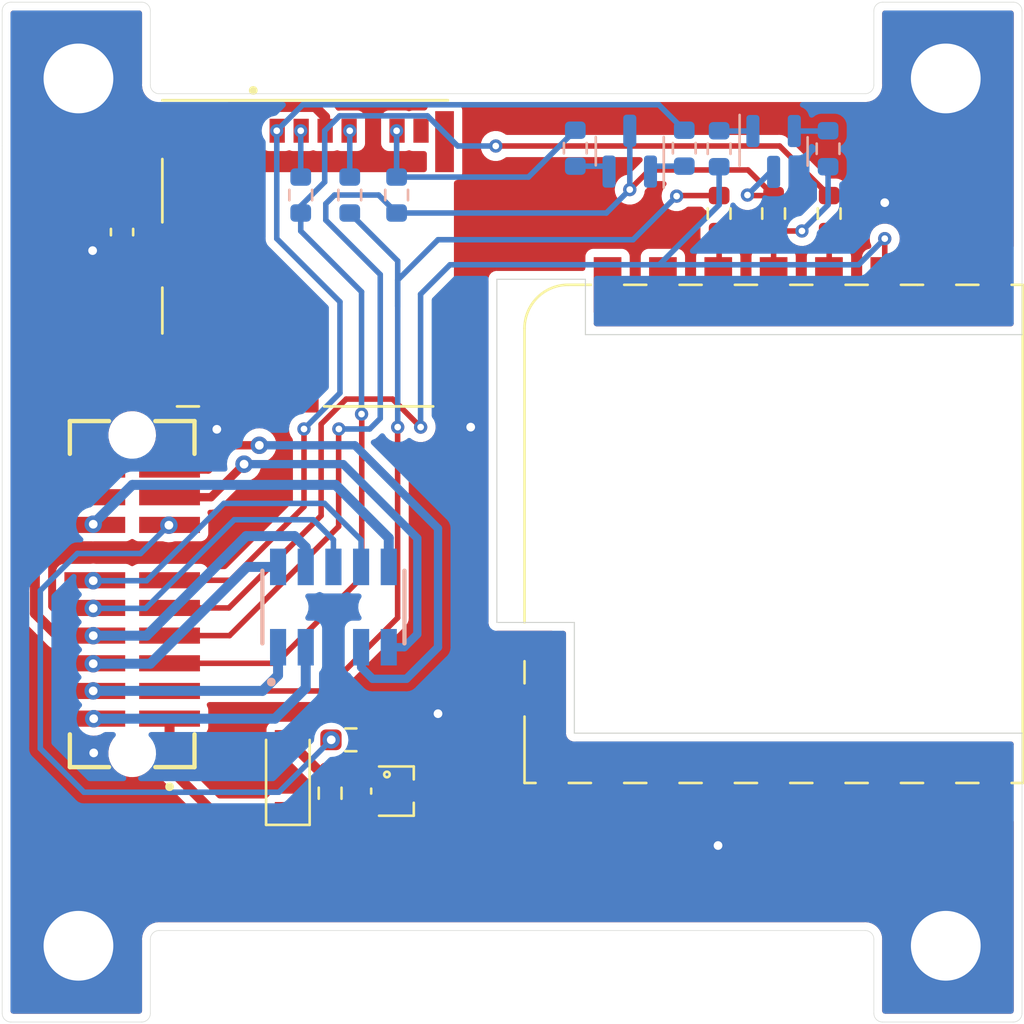
<source format=kicad_pcb>
(kicad_pcb (version 20211014) (generator pcbnew)
  (layers (0 "F.Cu" signal) (31 "B.Cu" signal) (34 "B.Paste" user) (35 "F.Paste" user) (36 "B.SilkS" user "B.Silkscreen") (37 "F.SilkS" user "F.Silkscreen") (38 "B.Mask" user) (39 "F.Mask" user) (44 "Edge.Cuts" user))
  (net 0 "")
  (net 3 "HI_POW")
  (net 4 "Net-(D1-Pad2)")
  (net 5 "GND")
  (net 16 "/BATT_P")
  (net 17 "SCK")
  (net 18 "/BATT_N_SW")
  (net 20 "MOSI")
  (net 21 "/CAM_EN")
  (net 22 "/BATT_P_SW")
  (net 23 "+3V3")
  (net 24 "MISO")
  (net 25 "CAM_CS")
  (net 26 "Net-(Q1-PadB9)")
  (net 28 "/SCL3")
  (net 29 "SD_CS")
  (net 30 "/SDA3")
  (net 31 "/VUSB")
  (net 32 "/COIL6_N")
  (net 34 "/COIL6_P")
  (net 36 "SD_MOSI")
  (net 37 "SD_SCK")
  (net 38 "SD_MISO")
  (net 40 "CAM_MOSI")
  (net 41 "CAM_MISO")
  (net 42 "CAM_SCK")
  (net 43 "Net-(Q3-Pad1)")
  (net 44 "Net-(Q3-Pad2)")
  (net 45 "Net-(Q4-Pad1)")
  (net 46 "Net-(Q4-Pad2)")
  (footprint "mainboard:MountingHole" (layer "F.Cu") (at 127.050003 83.849993)
    (fp_text reference "H3" hide)
    (fp_text value "MountingHole_Pad")
    (pad "1" thru_hole circle (at 0 0) (size 5 5) (drill 3.2) (layers *.Cu *.Mask) (net 5 "GND"))
  )
  (footprint "mainboard:MountingHole" (layer "F.Cu") (at 127.050003 44.049993)
    (fp_text reference "H2" hide)
    (fp_text value "MountingHole_Pad")
    (pad "1" thru_hole circle (at 0 0) (size 5 5) (drill 3.2) (layers *.Cu *.Mask) (net 5 "GND"))
  )
  (footprint "Resistor_SMD:R_0603_1608Metric_Pad0.98x0.95mm_HandSolder" (layer "F.Cu") (at 98.799999 76.849989 90)
    (fp_text reference "R2" hide)
    (fp_text value "10K")
    (fp_line (start -0.254724 0.5225) (end 0.254724 0.5225) (layer "F.SilkS") (width 0.12))
    (fp_line (start -0.254724 -0.5225) (end 0.254724 -0.5225) (layer "F.SilkS") (width 0.12))
    (pad "1" smd roundrect (at -0.9125 0 90) (size 0.975 0.95) (layers "F.Cu" "F.Paste" "F.Mask") (net 3 "HI_POW"))
    (pad "2" smd roundrect (at 0.9125 0 90) (size 0.975 0.95) (layers "F.Cu" "F.Paste" "F.Mask") (net 4 "Net-(D1-Pad2)"))
  )
  (footprint "cameraboard:MOLEX_503398-1892" (layer "F.Cu") (at 97.649999 52.074989)
    (fp_text reference "J3" hide)
    (fp_text value "Micro_SD_Card")
    (fp_line (start -6.55 1.575) (end -6.55 3.675) (layer "F.SilkS") (width 0.127))
    (fp_line (start -5.876 7.025) (end -4.874 7.025) (layer "F.SilkS") (width 0.127))
    (fp_line (start 0.874 7.025) (end 5.876 7.025) (layer "F.SilkS") (width 0.127))
    (fp_line (start -6.55 -4.325) (end -6.55 -1.425) (layer "F.SilkS") (width 0.127))
    (fp_line (start -6.55 -7.025) (end 6.55 -7.025) (layer "F.SilkS") (width 0.127))
    (fp_circle (center -2.38 -7.475) (end -2.28 -7.475) (layer "F.SilkS") (width 0.2) (fill none))
    (pad "1" smd rect (at -2.38 -5.625) (size 0.7 1.1) (layers "F.Cu" "F.Paste" "F.Mask"))
    (pad "2" smd rect (at -1.28 -5.625) (size 0.7 1.1) (layers "F.Cu" "F.Paste" "F.Mask") (net 29 "SD_CS"))
    (pad "3" smd rect (at -0.18 -5.625) (size 0.7 1.1) (layers "F.Cu" "F.Paste" "F.Mask") (net 36 "SD_MOSI"))
    (pad "4" smd rect (at 0.92 -5.625) (size 0.7 1.1) (layers "F.Cu" "F.Paste" "F.Mask") (net 23 "+3V3"))
    (pad "5" smd rect (at 2.02 -5.625) (size 0.7 1.1) (layers "F.Cu" "F.Paste" "F.Mask") (net 37 "SD_SCK"))
    (pad "6" smd rect (at 3.12 -5.625) (size 0.7 1.1) (layers "F.Cu" "F.Paste" "F.Mask") (net 5 "GND"))
    (pad "7" smd rect (at 4.22 -5.625) (size 0.7 1.1) (layers "F.Cu" "F.Paste" "F.Mask") (net 38 "SD_MISO"))
    (pad "8" smd rect (at 5.32 -5.625) (size 0.7 1.1) (layers "F.Cu" "F.Paste" "F.Mask"))
    (pad "9" smd rect (at -4.17 6.84) (size 0.9 0.93) (layers "F.Cu" "F.Paste" "F.Mask") (net 5 "GND"))
    (pad "10" smd rect (at 0.095 6.915) (size 1.05 0.78) (layers "F.Cu" "F.Paste" "F.Mask"))
    (pad "P1" smd rect (at -6.26 -5.61) (size 1.14 1.83) (layers "F.Cu" "F.Paste" "F.Mask"))
    (pad "P2" smd rect (at 6.4 -5.125) (size 0.86 2.8) (layers "F.Cu" "F.Paste" "F.Mask"))
    (pad "P3" smd rect (at -6.48 5.64) (size 0.7 3.33) (layers "F.Cu" "F.Paste" "F.Mask"))
    (pad "P4" smd rect (at 6.48 5.64) (size 0.7 3.33) (layers "F.Cu" "F.Paste" "F.Mask"))
    (zone (net 0) (net_name "") (layer "F.Cu") (connect_pads (clearance 0)) (min_thickness 0.01)
      (keepout (tracks not_allowed) (vias not_allowed) (pads not_allowed) (copperpour not_allowed) (footprints allowed))
      (fill (thermal_gap 0.508) (thermal_bridge_width 0.508))
      (polygon (pts (xy 90.813659 50.949989) (xy 91.519999 50.949989) (xy 91.519999 53.351169) (xy 90.813659 53.351169)))
    )
    (zone (net 0) (net_name "") (layer "F.Cu") (connect_pads (clearance 0)) (min_thickness 0.0001)
      (keepout (tracks not_allowed) (vias not_allowed) (pads not_allowed) (copperpour not_allowed) (footprints allowed))
      (fill (thermal_gap 0.508) (thermal_bridge_width 0.508))
      (polygon (pts (xy 94.479999 48.349989) (xy 94.479999 53.349989) (xy 93.829999 53.349989) (xy 93.829999 55.949989) (xy 98.219999 55.949989) (xy 98.219999 57.199989) (xy 95.919999 57.199989) (xy 95.919999 59.379989) (xy 97.219999 59.379989) (xy 97.219999 58.599989) (xy 103.779999 58.599989) (xy 103.779999 56.049989) (xy 104.479999 56.049989) (xy 104.479999 48.349989)))
    )
    (zone (net 0) (net_name "") (layer "F.Cu") (connect_pads (clearance 0)) (min_thickness 0.01)
      (keepout (tracks not_allowed) (vias not_allowed) (pads not_allowed) (copperpour not_allowed) (footprints allowed))
      (fill (thermal_gap 0.508) (thermal_bridge_width 0.508))
      (polygon (pts (xy 92.404739 56.649989) (xy 92.964999 56.649989) (xy 92.964999 58.813169) (xy 92.404739 58.813169)))
    )
    (zone (net 0) (net_name "") (layer "F.Cu") (connect_pads (clearance 0)) (min_thickness 0.01)
      (keepout (tracks not_allowed) (vias not_allowed) (pads not_allowed) (copperpour not_allowed) (footprints allowed))
      (fill (thermal_gap 0.508) (thermal_bridge_width 0.508))
      (polygon (pts (xy 94.427489 58.449989) (xy 94.979999 58.449989) (xy 94.979999 59.005389) (xy 94.427489 59.005389)))
    )
  )
  (footprint "cameraboard:SAMTEC_TFM-110-12-L-D-A" (layer "F.Cu") (at 89.715759 67.712269 90)
    (fp_text reference "J1" hide)
    (fp_text value "TFM-110-12-L-D-A")
    (fp_line (start -7.94 1.06366) (end -7.94 2.86) (layer "F.SilkS") (width 0.2))
    (fp_line (start -7.94 -2.86) (end -6.435 -2.86) (layer "F.SilkS") (width 0.2))
    (fp_line (start -6.435 2.86) (end -7.94 2.86) (layer "F.SilkS") (width 0.2))
    (fp_line (start 7.94 2.86) (end 7.94 1.06366) (layer "F.SilkS") (width 0.2))
    (fp_line (start 7.94 -1.06366) (end 7.94 -2.86) (layer "F.SilkS") (width 0.2))
    (fp_line (start 6.435 -2.86) (end 7.94 -2.86) (layer "F.SilkS") (width 0.2))
    (fp_line (start 6.435 2.86) (end 7.94 2.86) (layer "F.SilkS") (width 0.2))
    (fp_line (start -7.94 -2.86) (end -7.94 -1.06366) (layer "F.SilkS") (width 0.2))
    (fp_circle (center -8.84 1.715) (end -8.74 1.715) (layer "F.SilkS") (width 0.2) (fill none))
    (pad "" np_thru_hole circle (at 7.305 0 90) (size 1.42 1.42) (drill 1.42) (layers *.Cu *.Mask))
    (pad "" np_thru_hole circle (at -7.305 0 90) (size 1.42 1.42) (drill 1.42) (layers *.Cu *.Mask))
    (pad "1" smd rect (at -5.715 1.715 90) (size 0.74 2.79) (layers "F.Cu" "F.Paste" "F.Mask") (net 3 "HI_POW"))
    (pad "2" smd rect (at -5.715 -1.715 90) (size 0.74 2.79) (layers "F.Cu" "F.Paste" "F.Mask") (net 16 "/BATT_P"))
    (pad "3" smd rect (at -4.445 1.715 90) (size 0.74 2.79) (layers "F.Cu" "F.Paste" "F.Mask") (net 17 "SCK"))
    (pad "4" smd rect (at -4.445 -1.715 90) (size 0.74 2.79) (layers "F.Cu" "F.Paste" "F.Mask") (net 18 "/BATT_N_SW"))
    (pad "5" smd rect (at -3.175 1.715 90) (size 0.74 2.79) (layers "F.Cu" "F.Paste" "F.Mask") (net 20 "MOSI"))
    (pad "6" smd rect (at -3.175 -1.715 90) (size 0.74 2.79) (layers "F.Cu" "F.Paste" "F.Mask") (net 22 "/BATT_P_SW"))
    (pad "7" smd rect (at -1.905 1.715 90) (size 0.74 2.79) (layers "F.Cu" "F.Paste" "F.Mask") (net 24 "MISO"))
    (pad "8" smd rect (at -1.905 -1.715 90) (size 0.74 2.79) (layers "F.Cu" "F.Paste" "F.Mask") (net 23 "+3V3"))
    (pad "9" smd rect (at -0.635 1.715 90) (size 0.74 2.79) (layers "F.Cu" "F.Paste" "F.Mask") (net 25 "CAM_CS"))
    (pad "10" smd rect (at -0.635 -1.715 90) (size 0.74 2.79) (layers "F.Cu" "F.Paste" "F.Mask") (net 28 "/SCL3"))
    (pad "11" smd rect (at 0.635 1.715 90) (size 0.74 2.79) (layers "F.Cu" "F.Paste" "F.Mask") (net 29 "SD_CS"))
    (pad "12" smd rect (at 0.635 -1.715 90) (size 0.74 2.79) (layers "F.Cu" "F.Paste" "F.Mask") (net 30 "/SDA3"))
    (pad "13" smd rect (at 1.905 1.715 90) (size 0.74 2.79) (layers "F.Cu" "F.Paste" "F.Mask") (net 5 "GND"))
    (pad "14" smd rect (at 1.905 -1.715 90) (size 0.74 2.79) (layers "F.Cu" "F.Paste" "F.Mask") (net 5 "GND"))
    (pad "15" smd rect (at 3.175 1.715 90) (size 0.74 2.79) (layers "F.Cu" "F.Paste" "F.Mask") (net 21 "/CAM_EN"))
    (pad "16" smd rect (at 3.175 -1.715 90) (size 0.74 2.79) (layers "F.Cu" "F.Paste" "F.Mask") (net 31 "/VUSB"))
    (pad "17" smd rect (at 4.445 1.715 90) (size 0.74 2.79) (layers "F.Cu" "F.Paste" "F.Mask") (net 32 "/COIL6_N"))
    (pad "18" smd rect (at 4.445 -1.715 90) (size 0.74 2.79) (layers "F.Cu" "F.Paste" "F.Mask"))
    (pad "19" smd rect (at 5.715 1.715 90) (size 0.74 2.79) (layers "F.Cu" "F.Paste" "F.Mask") (net 34 "/COIL6_P"))
    (pad "20" smd rect (at 5.715 -1.715 90) (size 0.74 2.79) (layers "F.Cu" "F.Paste" "F.Mask"))
  )
  (footprint "cameraboard:Nicla" (layer "F.Cu") (at 119.149999 64.949989 90)
    (fp_text reference "Q1" hide)
    (fp_text value "Nikla_Vision")
    (fp_line (start -11.43 -1.778) (end -11.43 -0.762) (layer "F.SilkS") (width 0.12))
    (fp_line (start 11.43 -4.318) (end 11.43 -3.302) (layer "F.SilkS") (width 0.12))
    (fp_line (start 11.43 -9.43) (end 11.43 -8.382) (layer "F.SilkS") (width 0.12))
    (fp_line (start -11.43 -11.43) (end -11.43 -10.922) (layer "F.SilkS") (width 0.12))
    (fp_line (start 11.43 5.842) (end 11.43 6.604) (layer "F.SilkS") (width 0.12))
    (fp_line (start 11.43 8.382) (end 11.43 9.398) (layer "F.SilkS") (width 0.12))
    (fp_line (start -11.43 -11.43) (end -8.382 -11.43) (layer "F.SilkS") (width 0.12))
    (fp_line (start -6.858 -11.43) (end -5.842 -11.43) (layer "F.SilkS") (width 0.12))
    (fp_line (start -11.43 8.382) (end -11.43 9.398) (layer "F.SilkS") (width 0.12))
    (fp_line (start -11.43 3.302) (end -11.43 4.318) (layer "F.SilkS") (width 0.12))
    (fp_line (start 11.43 3.302) (end 11.43 4.318) (layer "F.SilkS") (width 0.12))
    (fp_line (start 11.43 -6.858) (end 11.43 -5.842) (layer "F.SilkS") (width 0.12))
    (fp_line (start 11.43 11.43) (end -11.43 11.43) (layer "F.SilkS") (width 0.12))
    (fp_line (start -11.43 5.842) (end -11.43 6.858) (layer "F.SilkS") (width 0.12))
    (fp_line (start 11.43 0.762) (end 11.43 1.778) (layer "F.SilkS") (width 0.12))
    (fp_line (start 11.43 11.43) (end 11.43 10.922) (layer "F.SilkS") (width 0.12))
    (fp_line (start -4.064 -11.43) (end 9.43 -11.43) (layer "F.SilkS") (width 0.12))
    (fp_line (start -11.43 0.762) (end -11.43 1.778) (layer "F.SilkS") (width 0.12))
    (fp_line (start -11.43 11.43) (end -11.43 10.922) (layer "F.SilkS") (width 0.12))
    (fp_line (start -11.43 -4.318) (end -11.43 -3.302) (layer "F.SilkS") (width 0.12))
    (fp_line (start -11.43 -9.398) (end -11.43 -8.382) (layer "F.SilkS") (width 0.12))
    (fp_line (start -11.43 -6.858) (end -11.43 -5.842) (layer "F.SilkS") (width 0.12))
    (fp_line (start 11.43 -1.778) (end 11.43 -0.762) (layer "F.SilkS") (width 0.12))
    (fp_line (start 11.43 6.604) (end 11.43 6.858) (layer "F.SilkS") (width 0.12))
    (fp_arc (start 9.43 -11.43) (mid 10.844214 -10.844214) (end 11.43 -9.43) (layer "F.SilkS") (width 0.12))
    (fp_line (start 11.684 -8.636) (end 9.144 -8.636) (layer "Edge.Cuts") (width 0.05))
    (fp_line (start -9.144 -9.144) (end -4.064 -9.144) (layer "Edge.Cuts") (width 0.05))
    (fp_line (start -4.064 -9.144) (end -4.064 -12.7) (layer "Edge.Cuts") (width 0.05))
    (fp_line (start -9.144 11.4) (end -9.144 -9.144) (layer "Edge.Cuts") (width 0.05))
    (fp_line (start 9.144 11.4) (end 9.144 -8.636) (layer "Edge.Cuts") (width 0.05))
    (fp_line (start -4.064 -12.7) (end 11.684 -12.7) (layer "Edge.Cuts") (width 0.05))
    (fp_line (start 11.684 -12.7) (end 11.684 -8.636) (layer "Edge.Cuts") (width 0.05))
    (pad "A1" smd rect (at 11.43 10.16 90) (size 2.54 1.27) (layers "F.Cu" "F.Paste" "F.Mask"))
    (pad "A2" smd rect (at 11.43 7.62 90) (size 2.54 1.27) (layers "F.Cu" "F.Paste" "F.Mask"))
    (pad "A3" smd rect (at 11.43 5.08 90) (size 2.54 1.27) (layers "F.Cu" "F.Paste" "F.Mask") (net 25 "CAM_CS"))
    (pad "A4" smd rect (at 11.43 2.54 90) (size 2.54 1.27) (layers "F.Cu" "F.Paste" "F.Mask") (net 40 "CAM_MOSI"))
    (pad "A5" smd rect (at 11.43 0 90) (size 2.54 1.27) (layers "F.Cu" "F.Paste" "F.Mask") (net 41 "CAM_MISO"))
    (pad "A6" smd rect (at 11.43 -2.54 90) (size 2.54 1.27) (layers "F.Cu" "F.Paste" "F.Mask") (net 42 "CAM_SCK"))
    (pad "A7" smd rect (at 11.43 -5.08 90) (size 2.54 1.27) (layers "F.Cu" "F.Paste" "F.Mask"))
    (pad "A8" smd rect (at 11.43 -7.62 90) (size 2.54 1.27) (layers "F.Cu" "F.Paste" "F.Mask"))
    (pad "B1" smd rect (at -11.43 10.16 90) (size 2.54 1.27) (layers "F.Cu" "F.Paste" "F.Mask"))
    (pad "B2" smd rect (at -11.43 7.62 90) (size 2.54 1.27) (layers "F.Cu" "F.Paste" "F.Mask"))
    (pad "B3" smd rect (at -11.43 5.08 90) (size 2.54 1.27) (layers "F.Cu" "F.Paste" "F.Mask"))
    (pad "B4" smd rect (at -11.43 2.54 90) (size 2.54 1.27) (layers "F.Cu" "F.Paste" "F.Mask"))
    (pad "B5" smd rect (at -11.43 0 90) (size 2.54 1.27) (layers "F.Cu" "F.Paste" "F.Mask"))
    (pad "B6" smd rect (at -11.43 -2.54 90) (size 2.54 1.27) (layers "F.Cu" "F.Paste" "F.Mask") (net 5 "GND"))
    (pad "B7" smd rect (at -11.43 -5.08 90) (size 2.54 1.27) (layers "F.Cu" "F.Paste" "F.Mask"))
    (pad "B8" smd rect (at -11.43 -7.62 90) (size 2.54 1.27) (layers "F.Cu" "F.Paste" "F.Mask"))
    (pad "B9" smd rect (at -11.43 -10.16 90) (size 2.54 1.27) (layers "F.Cu" "F.Paste" "F.Mask") (net 26 "Net-(Q1-PadB9)"))
    (pad "C1" smd rect (at -7.62 -11.43 180) (size 2.54 1.27) (layers "F.Cu" "F.Paste" "F.Mask"))
    (pad "C2" smd rect (at -5.08 -11.43 180) (size 2.54 1.27) (layers "F.Cu" "F.Paste" "F.Mask"))
  )
  (footprint "Resistor_SMD:R_0603_1608Metric_Pad0.98x0.95mm_HandSolder" (layer "F.Cu") (at 99.749999 74.399989)
    (fp_text reference "R1" hide)
    (fp_text value "100")
    (fp_line (start -0.254724 -0.5225) (end 0.254724 -0.5225) (layer "F.SilkS") (width 0.12))
    (fp_line (start -0.254724 0.5225) (end 0.254724 0.5225) (layer "F.SilkS") (width 0.12))
    (pad "1" smd roundrect (at -0.9125 0) (size 0.975 0.95) (layers "F.Cu" "F.Paste" "F.Mask") (net 21 "/CAM_EN"))
    (pad "2" smd roundrect (at 0.9125 0) (size 0.975 0.95) (layers "F.Cu" "F.Paste" "F.Mask") (net 4 "Net-(D1-Pad2)"))
  )
  (footprint "Capacitor_SMD:C_0603_1608Metric_Pad1.08x0.95mm_HandSolder" (layer "F.Cu") (at 89.249999 51.099989 90)
    (fp_text reference "C1" hide)
    (fp_text value "1uF")
    (fp_line (start -0.146267 0.51) (end 0.146267 0.51) (layer "F.SilkS") (width 0.12))
    (fp_line (start -0.146267 -0.51) (end 0.146267 -0.51) (layer "F.SilkS") (width 0.12))
    (pad "1" smd roundrect (at -0.8625 0 90) (size 1.075 0.95) (layers "F.Cu" "F.Paste" "F.Mask") (net 5 "GND"))
    (pad "2" smd roundrect (at 0.8625 0 90) (size 1.075 0.95) (layers "F.Cu" "F.Paste" "F.Mask") (net 23 "+3V3"))
  )
  (footprint "Resistor_SMD:R_0603_1608Metric" (layer "F.Cu") (at 119.149994 50.249989 90)
    (fp_text reference "R8" hide)
    (fp_text value "0")
    (fp_line (start -0.237258 0.5225) (end 0.237258 0.5225) (layer "F.SilkS") (width 0.12))
    (fp_line (start -0.237258 -0.5225) (end 0.237258 -0.5225) (layer "F.SilkS") (width 0.12))
    (pad "1" smd roundrect (at -0.825 0 90) (size 0.8 0.95) (layers "F.Cu" "F.Paste" "F.Mask") (net 41 "CAM_MISO"))
    (pad "2" smd roundrect (at 0.825 0 90) (size 0.8 0.95) (layers "F.Cu" "F.Paste" "F.Mask") (net 24 "MISO"))
  )
  (footprint "mainboard:MountingHole" (layer "F.Cu") (at 87.250003 83.849993)
    (fp_text reference "H4" hide)
    (fp_text value "MountingHole_Pad")
    (pad "1" thru_hole circle (at 0 0) (size 5 5) (drill 3.2) (layers *.Cu *.Mask) (net 5 "GND"))
  )
  (footprint "cameraboard:SSM3J133TU" (layer "F.Cu") (at 101.659993 76.752489 -90)
    (fp_text reference "Q2" hide)
    (fp_text value "SSM3J133TU,LF" hide)
    (fp_line (start 1.1303 0.615897) (end 1.1303 -0.9779) (layer "F.SilkS") (width 0.12))
    (fp_line (start -1.1303 -0.9779) (end -1.1303 0.615897) (layer "F.SilkS") (width 0.12))
    (fp_line (start -0.114059 0.9779) (end 0.114059 0.9779) (layer "F.SilkS") (width 0.12))
    (fp_line (start 1.1303 -0.9779) (end 0.53594 -0.9779) (layer "F.SilkS") (width 0.12))
    (fp_line (start -0.53594 -0.9779) (end -1.1303 -0.9779) (layer "F.SilkS") (width 0.12))
    (fp_circle (center -0.762 0.254) (end -0.635 0.254) (layer "F.SilkS") (width 0.12) (fill none))
    (pad "1" smd rect (at -0.649999 1.0541 270) (size 0.4064 0.508) (layers "F.Cu" "F.Paste" "F.Mask") (net 4 "Net-(D1-Pad2)"))
    (pad "2" smd rect (at 0.649999 1.0541 270) (size 0.4064 0.508) (layers "F.Cu" "F.Paste" "F.Mask") (net 3 "HI_POW"))
    (pad "3" smd rect (at 0 -1.0541 270) (size 0.4064 0.508) (layers "F.Cu" "F.Paste" "F.Mask") (net 26 "Net-(Q1-PadB9)"))
  )
  (footprint "Diode_SMD:D_SOD-123" (layer "F.Cu") (at 96.859977 76.052491 90)
    (fp_text reference "D1" hide)
    (fp_text value "BZT52C12-13-F")
    (fp_line (start -2.25 -1) (end -2.25 1) (layer "F.SilkS") (width 0.12))
    (fp_line (start -2.25 1) (end 1.65 1) (layer "F.SilkS") (width 0.12))
    (fp_line (start -2.25 -1) (end 1.65 -1) (layer "F.SilkS") (width 0.12))
    (pad "1" smd rect (at -1.65 0 90) (size 0.9 1.2) (layers "F.Cu" "F.Paste" "F.Mask") (net 3 "HI_POW"))
    (pad "2" smd rect (at 1.65 0 90) (size 0.9 1.2) (layers "F.Cu" "F.Paste" "F.Mask") (net 4 "Net-(D1-Pad2)"))
  )
  (footprint "mainboard:MountingHole" (layer "F.Cu") (at 87.250003 44.049993)
    (fp_text reference "H1" hide)
    (fp_text value "MountingHole_Pad")
    (pad "1" thru_hole circle (at 0 0) (size 5 5) (drill 3.2) (layers *.Cu *.Mask) (net 5 "GND"))
  )
  (footprint "Resistor_SMD:R_0603_1608Metric" (layer "F.Cu") (at 116.649999 50.249989 90)
    (fp_text reference "R9" hide)
    (fp_text value "1K")
    (fp_line (start -0.237258 0.5225) (end 0.237258 0.5225) (layer "F.SilkS") (width 0.12))
    (fp_line (start -0.237258 -0.5225) (end 0.237258 -0.5225) (layer "F.SilkS") (width 0.12))
    (pad "1" smd roundrect (at -0.825 0 90) (size 0.8 0.95) (layers "F.Cu" "F.Paste" "F.Mask") (net 42 "CAM_SCK"))
    (pad "2" smd roundrect (at 0.825 0 90) (size 0.8 0.95) (layers "F.Cu" "F.Paste" "F.Mask") (net 17 "SCK"))
  )
  (footprint "Resistor_SMD:R_0603_1608Metric" (layer "F.Cu") (at 121.7 50.249982 90)
    (fp_text reference "R10" hide)
    (fp_text value "1K")
    (fp_line (start -0.237258 -0.5225) (end 0.237258 -0.5225) (layer "F.SilkS") (width 0.12))
    (fp_line (start -0.237258 0.5225) (end 0.237258 0.5225) (layer "F.SilkS") (width 0.12))
    (pad "1" smd roundrect (at -0.825 0 90) (size 0.8 0.95) (layers "F.Cu" "F.Paste" "F.Mask") (net 40 "CAM_MOSI"))
    (pad "2" smd roundrect (at 0.825 0 90) (size 0.8 0.95) (layers "F.Cu" "F.Paste" "F.Mask") (net 20 "MOSI"))
  )
  (footprint "Resistor_SMD:R_0603_1608Metric" (layer "B.Cu") (at 99.699999 49.399989 -90)
    (fp_text reference "R11" hide)
    (fp_text value "1K")
    (fp_line (start -0.237258 0.5225) (end 0.237258 0.5225) (layer "B.SilkS") (width 0.12))
    (fp_line (start -0.237258 -0.5225) (end 0.237258 -0.5225) (layer "B.SilkS") (width 0.12))
    (pad "1" smd roundrect (at -0.825 0 270) (size 0.8 0.95) (layers "B.Cu" "B.Paste" "B.Mask") (net 37 "SD_SCK"))
    (pad "2" smd roundrect (at 0.825 0 270) (size 0.8 0.95) (layers "B.Cu" "B.Paste" "B.Mask") (net 17 "SCK"))
  )
  (footprint "Resistor_SMD:R_0603_1608Metric" (layer "B.Cu") (at 110.049999 47.249989 90)
    (fp_text reference "R4" hide)
    (fp_text value "0")
    (fp_line (start -0.237258 -0.5225) (end 0.237258 -0.5225) (layer "B.SilkS") (width 0.12))
    (fp_line (start -0.237258 0.5225) (end 0.237258 0.5225) (layer "B.SilkS") (width 0.12))
    (pad "1" smd roundrect (at -0.825 0 90) (size 0.8 0.95) (layers "B.Cu" "B.Paste" "B.Mask") (net 46 "Net-(Q4-Pad2)"))
    (pad "2" smd roundrect (at 0.825 0 90) (size 0.8 0.95) (layers "B.Cu" "B.Paste" "B.Mask") (net 38 "SD_MISO"))
  )
  (footprint "Resistor_SMD:R_0603_1608Metric" (layer "B.Cu") (at 97.449999 49.399989 -90)
    (fp_text reference "R12" hide)
    (fp_text value "1K")
    (fp_line (start -0.237258 -0.5225) (end 0.237258 -0.5225) (layer "B.SilkS") (width 0.12))
    (fp_line (start -0.237258 0.5225) (end 0.237258 0.5225) (layer "B.SilkS") (width 0.12))
    (pad "1" smd roundrect (at -0.825 0 270) (size 0.8 0.95) (layers "B.Cu" "B.Paste" "B.Mask") (net 36 "SD_MOSI"))
    (pad "2" smd roundrect (at 0.825 0 270) (size 0.8 0.95) (layers "B.Cu" "B.Paste" "B.Mask") (net 20 "MOSI"))
  )
  (footprint "Resistor_SMD:R_0603_1608Metric" (layer "B.Cu") (at 115.049999 47.249989 90)
    (fp_text reference "R6" hide)
    (fp_text value "4.7k")
    (fp_line (start -0.237258 -0.5225) (end 0.237258 -0.5225) (layer "B.SilkS") (width 0.12))
    (fp_line (start -0.237258 0.5225) (end 0.237258 0.5225) (layer "B.SilkS") (width 0.12))
    (pad "1" smd roundrect (at -0.825 0 90) (size 0.8 0.95) (layers "B.Cu" "B.Paste" "B.Mask") (net 45 "Net-(Q4-Pad1)"))
    (pad "2" smd roundrect (at 0.825 0 90) (size 0.8 0.95) (layers "B.Cu" "B.Paste" "B.Mask") (net 29 "SD_CS"))
  )
  (footprint "Resistor_SMD:R_0603_1608Metric" (layer "B.Cu") (at 101.849999 49.399989 -90)
    (fp_text reference "R7" hide)
    (fp_text value "0")
    (fp_line (start -0.237258 -0.5225) (end 0.237258 -0.5225) (layer "B.SilkS") (width 0.12))
    (fp_line (start -0.237258 0.5225) (end 0.237258 0.5225) (layer "B.SilkS") (width 0.12))
    (pad "1" smd roundrect (at -0.825 0 270) (size 0.8 0.95) (layers "B.Cu" "B.Paste" "B.Mask") (net 38 "SD_MISO"))
    (pad "2" smd roundrect (at 0.825 0 270) (size 0.8 0.95) (layers "B.Cu" "B.Paste" "B.Mask") (net 24 "MISO"))
  )
  (footprint "custom-footprints:pycubed_mini_half" (layer "B.Cu") (at 92.103187 53.515185 90)
    (fp_text reference "Ref**" hide)
    (fp_text value "Val**" hide)
  )
  (footprint "Resistor_SMD:R_0603_1608Metric" (layer "B.Cu") (at 116.649999 47.274989 -90)
    (fp_text reference "R5" hide)
    (fp_text value "4.7k")
    (fp_line (start -0.237258 0.5225) (end 0.237258 0.5225) (layer "B.SilkS") (width 0.12))
    (fp_line (start -0.237258 -0.5225) (end 0.237258 -0.5225) (layer "B.SilkS") (width 0.12))
    (pad "1" smd roundrect (at -0.825 0 270) (size 0.8 0.95) (layers "B.Cu" "B.Paste" "B.Mask") (net 43 "Net-(Q3-Pad1)"))
    (pad "2" smd roundrect (at 0.825 0 270) (size 0.8 0.95) (layers "B.Cu" "B.Paste" "B.Mask") (net 25 "CAM_CS"))
  )
  (footprint "cameraboard:SAMTEC_FLE-105-01-G-DV-A" (layer "B.Cu") (at 98.949999 68.307489)
    (fp_text reference "J2" hide)
    (fp_text value "FLE-105-01-G-DV-A")
    (fp_line (start 3.26 -1.665) (end 3.26 1.665) (layer "B.SilkS") (width 0.2))
    (fp_line (start -3.26 -1.665) (end -3.26 1.665) (layer "B.SilkS") (width 0.2))
    (fp_circle (center -2.85 3.44) (end -2.75 3.44) (layer "B.SilkS") (width 0.2) (fill none))
    (pad "" np_thru_hole circle (at 1.905 0) (size 0.76 0.76) (drill 0.76) (layers *.Cu *.Mask))
    (pad "" np_thru_hole circle (at -1.905 0) (size 0.76 0.76) (drill 0.76) (layers *.Cu *.Mask))
    (pad "1" smd rect (at -2.54 1.8425) (size 0.74 1.675) (layers "B.Cu" "B.Paste" "B.Mask") (net 18 "/BATT_N_SW"))
    (pad "2" smd rect (at -2.54 -1.8425) (size 0.74 1.675) (layers "B.Cu" "B.Paste" "B.Mask") (net 22 "/BATT_P_SW"))
    (pad "3" smd rect (at -1.27 1.8425) (size 0.74 1.675) (layers "B.Cu" "B.Paste" "B.Mask") (net 16 "/BATT_P"))
    (pad "4" smd rect (at -1.27 -1.8425) (size 0.74 1.675) (layers "B.Cu" "B.Paste" "B.Mask") (net 23 "+3V3"))
    (pad "5" smd rect (at 0 1.8425) (size 0.74 1.675) (layers "B.Cu" "B.Paste" "B.Mask") (net 5 "GND"))
    (pad "6" smd rect (at 0 -1.8425) (size 0.74 1.675) (layers "B.Cu" "B.Paste" "B.Mask") (net 28 "/SCL3"))
    (pad "7" smd rect (at 1.27 1.8425) (size 0.74 1.675) (layers "B.Cu" "B.Paste" "B.Mask") (net 34 "/COIL6_P"))
    (pad "8" smd rect (at 1.27 -1.8425) (size 0.74 1.675) (layers "B.Cu" "B.Paste" "B.Mask") (net 30 "/SDA3"))
    (pad "9" smd rect (at 2.54 1.8425) (size 0.74 1.675) (layers "B.Cu" "B.Paste" "B.Mask") (net 32 "/COIL6_N"))
    (pad "10" smd rect (at 2.54 -1.8425) (size 0.74 1.675) (layers "B.Cu" "B.Paste" "B.Mask") (net 31 "/VUSB"))
  )
  (footprint "Resistor_SMD:R_0603_1608Metric" (layer "B.Cu") (at 121.649999 47.274989 -90)
    (fp_text reference "R3" hide)
    (fp_text value "0")
    (fp_line (start -0.237258 -0.5225) (end 0.237258 -0.5225) (layer "B.SilkS") (width 0.12))
    (fp_line (start -0.237258 0.5225) (end 0.237258 0.5225) (layer "B.SilkS") (width 0.12))
    (pad "1" smd roundrect (at -0.825 0 270) (size 0.8 0.95) (layers "B.Cu" "B.Paste" "B.Mask") (net 44 "Net-(Q3-Pad2)"))
    (pad "2" smd roundrect (at 0.825 0 270) (size 0.8 0.95) (layers "B.Cu" "B.Paste" "B.Mask") (net 41 "CAM_MISO"))
  )
  (footprint "Package_TO_SOT_SMD:SOT-23" (layer "B.Cu") (at 112.549999 47.387489 90)
    (fp_text reference "Q4" hide)
    (fp_text value "MMBT2907")
    (fp_line (start 0 1.56) (end 0.65 1.56) (layer "B.SilkS") (width 0.12))
    (fp_line (start 0 -1.56) (end 0.65 -1.56) (layer "B.SilkS") (width 0.12))
    (fp_line (start 0 1.56) (end -1.675 1.56) (layer "B.SilkS") (width 0.12))
    (fp_line (start 0 -1.56) (end -0.65 -1.56) (layer "B.SilkS") (width 0.12))
    (pad "1" smd roundrect (at -0.9375 0.95 90) (size 1.475 0.6) (layers "B.Cu" "B.Paste" "B.Mask") (net 45 "Net-(Q4-Pad1)"))
    (pad "2" smd roundrect (at -0.9375 -0.95 90) (size 1.475 0.6) (layers "B.Cu" "B.Paste" "B.Mask") (net 46 "Net-(Q4-Pad2)"))
    (pad "3" smd roundrect (at 0.9375 0 90) (size 1.475 0.6) (layers "B.Cu" "B.Paste" "B.Mask") (net 24 "MISO"))
  )
  (footprint "Package_TO_SOT_SMD:SOT-23" (layer "B.Cu") (at 119.149993 47.399991 -90)
    (fp_text reference "Q3" hide)
    (fp_text value "MMBT2907")
    (fp_line (start 0 1.56) (end -1.675 1.56) (layer "B.SilkS") (width 0.12))
    (fp_line (start 0 -1.56) (end -0.65 -1.56) (layer "B.SilkS") (width 0.12))
    (fp_line (start 0 -1.56) (end 0.65 -1.56) (layer "B.SilkS") (width 0.12))
    (fp_line (start 0 1.56) (end 0.65 1.56) (layer "B.SilkS") (width 0.12))
    (pad "1" smd roundrect (at -0.9375 0.95 270) (size 1.475 0.6) (layers "B.Cu" "B.Paste" "B.Mask") (net 43 "Net-(Q3-Pad1)"))
    (pad "2" smd roundrect (at -0.9375 -0.95 270) (size 1.475 0.6) (layers "B.Cu" "B.Paste" "B.Mask") (net 44 "Net-(Q3-Pad2)"))
    (pad "3" smd roundrect (at 0.9375 0 270) (size 1.475 0.6) (layers "B.Cu" "B.Paste" "B.Mask") (net 24 "MISO"))
  )
  (gr_arc (start 123.750007 44.349988) (mid 123.632852 44.632835) (end 123.350008 44.749988) (layer "Edge.Cuts") (width 0.0254))
  (gr_arc (start 90.549997 86.95) (mid 90.43284 87.232843) (end 90.149997 87.35) (layer "Edge.Cuts") (width 0.0254))
  (gr_arc (start 123.750003 40.94999) (mid 123.86716 40.667149) (end 124.150002 40.549991) (layer "Edge.Cuts") (width 0.0254))
  (gr_arc (start 124.150006 87.35) (mid 123.867163 87.232843) (end 123.750006 86.95) (layer "Edge.Cuts") (width 0.0254))
  (gr_arc (start 90.55 83.549988) (mid 90.667157 83.267146) (end 90.949999 83.149989) (layer "Edge.Cuts") (width 0.0254))
  (gr_line (start 123.350008 44.749988) (end 90.949999 44.749989) (layer "Edge.Cuts") (width 0.0254))
  (gr_line (start 124.150006 87.35) (end 130.149994 87.35) (layer "Edge.Cuts") (width 0.0254))
  (gr_line (start 90.55 83.549988) (end 90.549999 86.95) (layer "Edge.Cuts") (width 0.0254))
  (gr_line (start 123.749999 86.95) (end 123.750009 83.549988) (layer "Edge.Cuts") (width 0.0254))
  (gr_line (start 123.35001 83.149989) (end 90.949999 83.149989) (layer "Edge.Cuts") (width 0.0254))
  (gr_line (start 90.149997 40.549992) (end 84.150009 40.549992) (layer "Edge.Cuts") (width 0.0254))
  (gr_arc (start 84.150009 87.35) (mid 83.867156 87.232847) (end 83.75001 86.95) (layer "Edge.Cuts") (width 0.0254))
  (gr_line (start 90.149997 87.35) (end 84.150009 87.35) (layer "Edge.Cuts") (width 0.0254))
  (gr_line (start 130.549999 55.805989) (end 130.549999 40.949989) (layer "Edge.Cuts") (width 0.0254))
  (gr_line (start 130.149999 40.549989) (end 124.150002 40.549991) (layer "Edge.Cuts") (width 0.0254))
  (gr_line (start 90.55 44.349989) (end 90.549999 40.949989) (layer "Edge.Cuts") (width 0.0254))
  (gr_arc (start 130.149994 40.549992) (mid 130.432839 40.667147) (end 130.549993 40.949991) (layer "Edge.Cuts") (width 0.0254))
  (gr_arc (start 90.149997 40.549992) (mid 90.43284 40.667148) (end 90.549996 40.949991) (layer "Edge.Cuts") (width 0.0254))
  (gr_arc (start 90.949999 44.749989) (mid 90.66716 44.63283) (end 90.55 44.349989) (layer "Edge.Cuts") (width 0.0254))
  (gr_line (start 123.750003 40.94999) (end 123.750007 44.349988) (layer "Edge.Cuts") (width 0.0254))
  (gr_line (start 83.75001 47.149978) (end 83.75001 40.949991) (layer "Edge.Cuts") (width 0.0254))
  (gr_line (start 130.549999 74.093989) (end 130.549993 86.95) (layer "Edge.Cuts") (width 0.0254))
  (gr_line (start 83.75001 86.95) (end 83.75001 47.149978) (layer "Edge.Cuts") (width 0.0254))
  (gr_arc (start 123.35001 83.149989) (mid 123.632852 83.267146) (end 123.750009 83.549988) (layer "Edge.Cuts") (width 0.0254))
  (gr_arc (start 130.549993 86.95) (mid 130.432832 87.232833) (end 130.149994 87.35) (layer "Edge.Cuts") (width 0.0254))
  (gr_arc (start 83.75001 40.949991) (mid 83.867167 40.667151) (end 84.150009 40.549992) (layer "Edge.Cuts") (width 0.0254))
  (segment (start 96.859977 77.702491) (end 93.422501 77.702491) (width 0.4572) (layer "F.Cu") (net 3))
  (segment (start 100.605893 77.402488) (end 100.605893 77.475883) (width 0.4572) (layer "F.Cu") (net 3))
  (segment (start 91.430759 75.710749) (end 91.430759 73.427269) (width 0.4572) (layer "F.Cu") (net 3))
  (segment (start 100.605893 77.475883) (end 100.319287 77.762489) (width 0.4572) (layer "F.Cu") (net 3))
  (segment (start 93.422501 77.702491) (end 91.430759 75.710749) (width 0.4572) (layer "F.Cu") (net 3))
  (segment (start 100.319287 77.762489) (end 98.799999 77.762489) (width 0.4572) (layer "F.Cu") (net 3))
  (segment (start 98.799999 77.762489) (end 96.919975 77.762489) (width 0.4572) (layer "F.Cu") (net 3))
  (segment (start 100.637499 76.070884) (end 100.605893 76.10249) (width 0.4572) (layer "F.Cu") (net 4))
  (segment (start 100.440892 75.937489) (end 100.605893 76.10249) (width 0.4572) (layer "F.Cu") (net 4))
  (segment (start 100.637499 74.549989) (end 100.637499 76.070884) (width 0.4572) (layer "F.Cu") (net 4))
  (segment (start 98.394975 75.937489) (end 100.440892 75.937489) (width 0.4572) (layer "F.Cu") (net 4))
  (segment (start 96.859977 74.402491) (end 98.394975 75.937489) (width 0.4572) (layer "F.Cu") (net 4))
  (via (at 105.249999 60.049989) (size 0.8) (drill 0.4) (layers "F.Cu" "B.Cu") (net 5))
  (via (at 116.599999 79.249989) (size 0.8) (drill 0.4) (layers "F.Cu" "B.Cu") (net 5))
  (via (at 93.599999 60.149989) (size 0.8) (drill 0.4) (layers "F.Cu" "B.Cu") (net 5))
  (via (at 103.749999 73.199989) (size 0.8) (drill 0.4) (layers "F.Cu" "B.Cu") (net 5))
  (via (at 87.949999 74.999989) (size 0.8) (drill 0.4) (layers "F.Cu" "B.Cu") (net 5))
  (via (at 124.249999 49.749989) (size 0.8) (drill 0.4) (layers "F.Cu" "B.Cu") (net 5))
  (via (at 87.899999 51.949989) (size 0.8) (drill 0.4) (layers "F.Cu" "B.Cu") (net 5))
  (via (at 87.949999 73.429989) (size 0.8) (drill 0.4) (layers "F.Cu" "B.Cu") (net 16))
  (segment (start 97.679999 72.019989) (end 97.679999 70.149989) (width 0.4572) (layer "B.Cu") (net 16))
  (segment (start 87.949999 73.429989) (end 96.269999 73.429989) (width 0.4572) (layer "B.Cu") (net 16))
  (segment (start 96.269999 73.429989) (end 97.679999 72.019989) (width 0.4572) (layer "B.Cu") (net 16))
  (segment (start 114.724999 49.424989) (end 116.649999 49.424989) (width 0.254) (layer "F.Cu") (net 17))
  (segment (start 101.899999 60.049989) (end 101.896496 60.053492) (width 0.254) (layer "F.Cu") (net 17))
  (segment (start 101.896496 60.053492) (end 101.896496 68.803492) (width 0.254) (layer "F.Cu") (net 17))
  (segment (start 101.896496 68.803492) (end 98.542719 72.157269) (width 0.254) (layer "F.Cu") (net 17))
  (segment (start 114.699999 49.449989) (end 114.724999 49.424989) (width 0.254) (layer "F.Cu") (net 17))
  (segment (start 98.542719 72.157269) (end 91.430759 72.157269) (width 0.254) (layer "F.Cu") (net 17))
  (via (at 114.699999 49.449989) (size 0.6096) (drill 0.3048) (layers "F.Cu" "B.Cu") (net 17))
  (via (at 101.899987 60.049978) (size 0.6096) (drill 0.3048) (layers "F.Cu" "B.Cu") (net 17))
  (segment (start 114.699999 49.449989) (end 112.699999 51.449989) (width 0.254) (layer "B.Cu") (net 17))
  (segment (start 101.899999 53.299989) (end 101.899999 54.499989) (width 0.254) (layer "B.Cu") (net 17))
  (segment (start 101.899999 60.049989) (end 101.899999 54.499989) (width 0.254) (layer "B.Cu") (net 17))
  (segment (start 101.899999 52.424989) (end 99.699999 50.224989) (width 0.254) (layer "B.Cu") (net 17))
  (segment (start 112.699999 51.449989) (end 103.749999 51.449989) (width 0.254) (layer "B.Cu") (net 17))
  (segment (start 103.749999 51.449989) (end 101.899999 53.299989) (width 0.254) (layer "B.Cu") (net 17))
  (segment (start 101.899999 54.499989) (end 101.899999 52.424989) (width 0.254) (layer "B.Cu") (net 17))
  (via (at 87.926329 72.153798) (size 0.8) (drill 0.4) (layers "F.Cu" "B.Cu") (net 18))
  (segment (start 95.69619 72.153798) (end 96.409999 71.439989) (width 0.4572) (layer "B.Cu") (net 18))
  (segment (start 96.409999 71.439989) (end 96.409999 70.149989) (width 0.4572) (layer "B.Cu") (net 18))
  (segment (start 87.926329 72.153798) (end 95.69619 72.153798) (width 0.4572) (layer "B.Cu") (net 18))
  (segment (start 100.240418 59.450048) (end 100.249999 59.459629) (width 0.254) (layer "F.Cu") (net 20))
  (segment (start 100.249999 66.949989) (end 96.312719 70.887269) (width 0.254) (layer "F.Cu") (net 20))
  (segment (start 100.249999 59.459629) (end 100.249999 66.949989) (width 0.254) (layer "F.Cu") (net 20))
  (segment (start 119.425007 47.149989) (end 121.7 49.424982) (width 0.254) (layer "F.Cu") (net 20))
  (segment (start 106.399999 47.149978) (end 106.40001 47.149989) (width 0.254) (layer "F.Cu") (net 20))
  (segment (start 106.40001 47.149989) (end 119.425007 47.149989) (width 0.254) (layer "F.Cu") (net 20))
  (segment (start 96.312719 70.887269) (end 91.430759 70.887269) (width 0.254) (layer "F.Cu") (net 20))
  (via (at 100.240418 59.450048) (size 0.6096) (drill 0.3048) (layers "F.Cu" "B.Cu") (net 20))
  (via (at 106.399999 47.149978) (size 0.6096) (drill 0.3048) (layers "F.Cu" "B.Cu") (net 20))
  (segment (start 97.449999 50.224989) (end 97.449999 49.899989) (width 0.254) (layer "B.Cu") (net 20))
  (segment (start 98.549999 48.799989) (end 98.549999 46.449989) (width 0.254) (layer "B.Cu") (net 20))
  (segment (start 97.449999 51.049989) (end 97.449999 50.224989) (width 0.254) (layer "B.Cu") (net 20))
  (segment (start 100.240418 59.450048) (end 100.240418 53.840408) (width 0.254) (layer "B.Cu") (net 20))
  (segment (start 104.649988 47.149978) (end 106.399999 47.149978) (width 0.254) (layer "B.Cu") (net 20))
  (segment (start 98.549999 46.449989) (end 99.233999 45.765989) (width 0.254) (layer "B.Cu") (net 20))
  (segment (start 103.265999 45.765989) (end 104.649988 47.149978) (width 0.254) (layer "B.Cu") (net 20))
  (segment (start 99.233999 45.765989) (end 103.265999 45.765989) (width 0.254) (layer "B.Cu") (net 20))
  (segment (start 97.449999 49.899989) (end 98.549999 48.799989) (width 0.254) (layer "B.Cu") (net 20))
  (segment (start 100.240418 53.840408) (end 97.449999 51.049989) (width 0.254) (layer "B.Cu") (net 20))
  (via (at 91.399999 64.549989) (size 0.8) (drill 0.4) (layers "F.Cu" "B.Cu") (net 21))
  (via (at 98.849999 74.399989) (size 0.8) (drill 0.4) (layers "F.Cu" "B.Cu") (net 21))
  (segment (start 98.849999 74.399989) (end 96.445498 76.80449) (width 0.254) (layer "B.Cu") (net 21))
  (segment (start 87.5045 76.80449) (end 85.499999 74.799989) (width 0.254) (layer "B.Cu") (net 21))
  (segment (start 96.445498 76.80449) (end 87.5045 76.80449) (width 0.254) (layer "B.Cu") (net 21))
  (segment (start 90.099999 65.849989) (end 91.399999 64.549989) (width 0.254) (layer "B.Cu") (net 21))
  (segment (start 87.199999 65.849989) (end 90.099999 65.849989) (width 0.254) (layer "B.Cu") (net 21))
  (segment (start 85.499999 67.549989) (end 87.199999 65.849989) (width 0.254) (layer "B.Cu") (net 21))
  (segment (start 85.499999 74.799989) (end 85.499999 67.549989) (width 0.254) (layer "B.Cu") (net 21))
  (via (at 87.927599 70.907589) (size 0.8) (drill 0.4) (layers "F.Cu" "B.Cu") (net 22))
  (segment (start 90.542399 70.907589) (end 94.984999 66.464989) (width 0.4572) (layer "B.Cu") (net 22))
  (segment (start 87.927599 70.907589) (end 90.542399 70.907589) (width 0.4572) (layer "B.Cu") (net 22))
  (segment (start 94.984999 66.464989) (end 96.409999 66.464989) (width 0.4572) (layer "B.Cu") (net 22))
  (segment (start 93.149999 46.399989) (end 94.190399 45.359589) (width 0.4572) (layer "F.Cu") (net 23))
  (segment (start 98.109599 45.359589) (end 98.569999 45.819989) (width 0.4572) (layer "F.Cu") (net 23))
  (segment (start 88.000759 69.617269) (end 86.267279 69.617269) (width 0.4572) (layer "F.Cu") (net 23))
  (segment (start 85.249999 51.549989) (end 86.587499 50.212489) (width 0.4572) (layer "F.Cu") (net 23))
  (segment (start 86.267279 69.617269) (end 85.249999 68.599989) (width 0.4572) (layer "F.Cu") (net 23))
  (segment (start 85.249999 68.599989) (end 85.249999 51.549989) (width 0.4572) (layer "F.Cu") (net 23))
  (segment (start 93.149999 49.049989) (end 93.149999 46.399989) (width 0.4572) (layer "F.Cu") (net 23))
  (segment (start 94.190399 45.359589) (end 98.109599 45.359589) (width 0.4572) (layer "F.Cu") (net 23))
  (segment (start 98.569999 45.819989) (end 98.569999 46.449989) (width 0.4572) (layer "F.Cu") (net 23))
  (segment (start 86.587499 50.212489) (end 91.987499 50.212489) (width 0.4572) (layer "F.Cu") (net 23))
  (segment (start 91.987499 50.212489) (end 93.149999 49.049989) (width 0.4572) (layer "F.Cu") (net 23))
  (via (at 87.929999 69.619989) (size 0.8) (drill 0.4) (layers "F.Cu" "B.Cu") (net 23))
  (segment (start 87.929999 69.619989) (end 90.379999 69.619989) (width 0.4572) (layer "B.Cu") (net 23))
  (segment (start 90.379999 69.619989) (end 94.949999 65.049989) (width 0.4572) (layer "B.Cu") (net 23))
  (segment (start 97.167699 65.049989) (end 97.679999 65.562289) (width 0.4572) (layer "B.Cu") (net 23))
  (segment (start 97.679999 65.562289) (end 97.679999 66.464989) (width 0.4572) (layer "B.Cu") (net 23))
  (segment (start 94.949999 65.049989) (end 97.167699 65.049989) (width 0.4572) (layer "B.Cu") (net 23))
  (segment (start 113.449999 48.249989) (end 117.974994 48.249989) (width 0.254) (layer "F.Cu") (net 24))
  (segment (start 112.549999 49.149989) (end 113.449999 48.249989) (width 0.254) (layer "F.Cu") (net 24))
  (segment (start 99.18949 64.610498) (end 94.182719 69.617269) (width 0.254) (layer "F.Cu") (net 24))
  (segment (start 99.18949 60.14585) (end 99.18949 64.610498) (width 0.254) (layer "F.Cu") (net 24))
  (segment (start 94.182719 69.617269) (end 91.430759 69.617269) (width 0.254) (layer "F.Cu") (net 24))
  (segment (start 117.974999 49.424989) (end 119.149994 49.424989) (width 0.254) (layer "F.Cu") (net 24))
  (segment (start 117.949999 49.399989) (end 117.974999 49.424989) (width 0.254) (layer "F.Cu") (net 24))
  (segment (start 117.974994 48.249989) (end 119.149994 49.424989) (width 0.254) (layer "F.Cu") (net 24))
  (via (at 99.199999 60.135348) (size 0.6096) (drill 0.3048) (layers "F.Cu" "B.Cu") (net 24))
  (via (at 112.550003 49.149989) (size 0.6096) (drill 0.3048) (layers "F.Cu" "B.Cu") (net 24))
  (via (at 117.949999 49.399989) (size 0.6096) (drill 0.3048) (layers "F.Cu" "B.Cu") (net 24))
  (segment (start 100.61464 60.135348) (end 101.099999 59.649989) (width 0.254) (layer "B.Cu") (net 24))
  (segment (start 101.024999 49.399989) (end 101.849999 50.224989) (width 0.254) (layer "B.Cu") (net 24))
  (segment (start 101.849999 50.224989) (end 111.475003 50.224989) (width 0.254) (layer "B.Cu") (net 24))
  (segment (start 101.099999 53.049989) (end 98.599999 50.549989) (width 0.254) (layer "B.Cu") (net 24))
  (segment (start 98.599999 50.549989) (end 98.599999 49.799989) (width 0.254) (layer "B.Cu") (net 24))
  (segment (start 111.475003 50.224989) (end 112.549999 49.149993) (width 0.254) (layer "B.Cu") (net 24))
  (segment (start 99.199992 60.135348) (end 100.61464 60.135348) (width 0.254) (layer "B.Cu") (net 24))
  (segment (start 117.949999 49.399989) (end 119.012497 48.337491) (width 0.254) (layer "B.Cu") (net 24))
  (segment (start 101.099999 59.649989) (end 101.099999 53.049989) (width 0.254) (layer "B.Cu") (net 24))
  (segment (start 98.599999 49.799989) (end 98.999999 49.399989) (width 0.254) (layer "B.Cu") (net 24))
  (segment (start 112.549999 49.149993) (end 112.549999 46.449989) (width 0.254) (layer "B.Cu") (net 24))
  (segment (start 98.999999 49.399989) (end 101.024999 49.399989) (width 0.254) (layer "B.Cu") (net 24))
  (segment (start 94.152719 68.347269) (end 98.386003 64.113985) (width 0.254) (layer "F.Cu") (net 25))
  (segment (start 98.386003 64.113985) (end 98.386003 59.913985) (width 0.254) (layer "F.Cu") (net 25))
  (segment (start 124.249999 51.399989) (end 124.249999 53.499989) (width 0.254) (layer "F.Cu") (net 25))
  (segment (start 101.667772 58.764248) (end 102.953502 60.049978) (width 0.254) (layer "F.Cu") (net 25))
  (segment (start 91.430759 68.347269) (end 94.152719 68.347269) (width 0.254) (layer "F.Cu") (net 25))
  (segment (start 99.53574 58.764248) (end 101.667772 58.764248) (width 0.254) (layer "F.Cu") (net 25))
  (segment (start 98.386003 59.913985) (end 99.53574 58.764248) (width 0.254) (layer "F.Cu") (net 25))
  (via (at 102.953502 60.049978) (size 0.6096) (drill 0.3048) (layers "F.Cu" "B.Cu") (net 25))
  (via (at 124.250005 51.399983) (size 0.6096) (drill 0.3048) (layers "F.Cu" "B.Cu") (net 25))
  (segment (start 104.299999 52.599989) (end 113.899999 52.599989) (width 0.254) (layer "B.Cu") (net 25))
  (segment (start 116.649999 49.849989) (end 113.899999 52.599989) (width 0.254) (layer "B.Cu") (net 25))
  (segment (start 102.949999 53.949989) (end 104.299999 52.599989) (width 0.254) (layer "B.Cu") (net 25))
  (segment (start 116.649999 48.099989) (end 116.649999 49.849989) (width 0.254) (layer "B.Cu") (net 25))
  (segment (start 113.899999 52.599989) (end 123.049999 52.599989) (width 0.254) (layer "B.Cu") (net 25))
  (segment (start 102.953502 60.049989) (end 102.949999 60.046486) (width 0.254) (layer "B.Cu") (net 25))
  (segment (start 123.049999 52.599989) (end 124.249999 51.399989) (width 0.254) (layer "B.Cu") (net 25))
  (segment (start 102.949999 60.046486) (end 102.949999 53.949989) (width 0.254) (layer "B.Cu") (net 25))
  (segment (start 102.716593 76.749989) (end 108.619999 76.749989) (width 0.4572) (layer "F.Cu") (net 26))
  (segment (start 102.714093 76.752489) (end 102.716593 76.749989) (width 0.4572) (layer "F.Cu") (net 26))
  (via (at 87.927599 68.367589) (size 0.8) (drill 0.4) (layers "F.Cu" "B.Cu") (net 28))
  (segment (start 98.949999 65.219989) (end 98.949999 66.464989) (width 0.254) (layer "B.Cu") (net 28))
  (segment (start 94.399999 64.299989) (end 98.029999 64.299989) (width 0.254) (layer "B.Cu") (net 28))
  (segment (start 98.029999 64.299989) (end 98.949999 65.219989) (width 0.254) (layer "B.Cu") (net 28))
  (segment (start 90.332399 68.367589) (end 94.399999 64.299989) (width 0.254) (layer "B.Cu") (net 28))
  (segment (start 87.927599 68.367589) (end 90.332399 68.367589) (width 0.254) (layer "B.Cu") (net 28))
  (segment (start 97.599999 63.699989) (end 94.222719 67.077269) (width 0.254) (layer "F.Cu") (net 29))
  (segment (start 94.222719 67.077269) (end 91.430759 67.077269) (width 0.254) (layer "F.Cu") (net 29))
  (segment (start 97.599999 60.135352) (end 97.599999 63.699989) (width 0.254) (layer "F.Cu") (net 29))
  (via (at 97.599995 60.135348) (size 0.6096) (drill 0.3048) (layers "F.Cu" "B.Cu") (net 29))
  (via (at 96.349999 46.449989) (size 0.6096) (drill 0.3048) (layers "F.Cu" "B.Cu") (net 29))
  (segment (start 99.249999 58.485344) (end 99.249999 54.299989) (width 0.254) (layer "B.Cu") (net 29))
  (segment (start 96.349999 51.399989) (end 96.349999 46.449989) (width 0.254) (layer "B.Cu") (net 29))
  (segment (start 97.541999 45.257989) (end 113.882998 45.257988) (width 0.254) (layer "B.Cu") (net 29))
  (segment (start 99.249999 54.299989) (end 96.349999 51.399989) (width 0.254) (layer "B.Cu") (net 29))
  (segment (start 113.882998 45.257988) (end 115.049999 46.424989) (width 0.254) (layer "B.Cu") (net 29))
  (segment (start 96.349999 46.449989) (end 97.541999 45.257989) (width 0.254) (layer "B.Cu") (net 29))
  (segment (start 97.599999 60.135344) (end 99.249999 58.485344) (width 0.254) (layer "B.Cu") (net 29))
  (via (at 87.927599 67.097589) (size 0.8) (drill 0.4) (layers "F.Cu" "B.Cu") (net 30))
  (segment (start 100.219999 65.229989) (end 100.219999 66.464989) (width 0.254) (layer "B.Cu") (net 30))
  (segment (start 87.927599 67.097589) (end 90.377399 67.097589) (width 0.254) (layer "B.Cu") (net 30))
  (segment (start 93.924999 63.549989) (end 98.539999 63.549989) (width 0.254) (layer "B.Cu") (net 30))
  (segment (start 98.539999 63.549989) (end 100.219999 65.229989) (width 0.254) (layer "B.Cu") (net 30))
  (segment (start 90.377399 67.097589) (end 93.924999 63.549989) (width 0.254) (layer "B.Cu") (net 30))
  (via (at 87.927599 64.506789) (size 0.8) (drill 0.4) (layers "F.Cu" "B.Cu") (net 31))
  (segment (start 99.049999 62.699989) (end 89.724999 62.699989) (width 0.4572) (layer "B.Cu") (net 31))
  (segment (start 101.489999 65.139989) (end 99.049999 62.699989) (width 0.4572) (layer "B.Cu") (net 31))
  (segment (start 87.927599 64.497389) (end 87.927599 64.506789) (width 0.4572) (layer "B.Cu") (net 31))
  (segment (start 101.489999 66.464989) (end 101.489999 65.139989) (width 0.4572) (layer "B.Cu") (net 31))
  (segment (start 89.724999 62.699989) (end 87.927599 64.497389) (width 0.4572) (layer "B.Cu") (net 31))
  (segment (start 93.332719 63.267269) (end 91.430759 63.267269) (width 0.381) (layer "F.Cu") (net 32))
  (segment (start 94.849999 61.749989) (end 93.332719 63.267269) (width 0.381) (layer "F.Cu") (net 32))
  (via (at 94.849999 61.749989) (size 0.8) (drill 0.4) (layers "F.Cu" "B.Cu") (net 32))
  (segment (start 102.199999 70.149989) (end 101.489999 70.149989) (width 0.381) (layer "B.Cu") (net 32))
  (segment (start 102.799999 65.149989) (end 102.799999 69.549989) (width 0.381) (layer "B.Cu") (net 32))
  (segment (start 99.399999 61.749989) (end 102.799999 65.149989) (width 0.381) (layer "B.Cu") (net 32))
  (segment (start 102.799999 69.549989) (end 102.199999 70.149989) (width 0.381) (layer "B.Cu") (net 32))
  (segment (start 94.849999 61.749989) (end 99.399999 61.749989) (width 0.381) (layer "B.Cu") (net 32))
  (segment (start 93.202719 61.997269) (end 91.430759 61.997269) (width 0.381) (layer "F.Cu") (net 34))
  (segment (start 94.31584 60.884148) (end 93.202719 61.997269) (width 0.381) (layer "F.Cu") (net 34))
  (segment (start 95.549999 60.884148) (end 94.31584 60.884148) (width 0.381) (layer "F.Cu") (net 34))
  (via (at 95.549999 60.884148) (size 0.8) (drill 0.4) (layers "F.Cu" "B.Cu") (net 34))
  (segment (start 100.749999 71.599989) (end 100.219999 71.069989) (width 0.381) (layer "B.Cu") (net 34))
  (segment (start 95.549999 60.884148) (end 99.934158 60.884148) (width 0.381) (layer "B.Cu") (net 34))
  (segment (start 103.749999 64.699989) (end 103.749999 70.149989) (width 0.381) (layer "B.Cu") (net 34))
  (segment (start 99.934158 60.884148) (end 103.749999 64.699989) (width 0.381) (layer "B.Cu") (net 34))
  (segment (start 103.749999 70.149989) (end 102.299999 71.599989) (width 0.381) (layer "B.Cu") (net 34))
  (segment (start 102.299999 71.599989) (end 100.749999 71.599989) (width 0.381) (layer "B.Cu") (net 34))
  (segment (start 100.219999 71.069989) (end 100.219999 70.149989) (width 0.381) (layer "B.Cu") (net 34))
  (via (at 97.449999 46.449989) (size 0.6096) (drill 0.3048) (layers "F.Cu" "B.Cu") (net 36))
  (segment (start 97.449999 46.449989) (end 97.449999 48.574989) (width 0.254) (layer "B.Cu") (net 36))
  (via (at 99.699999 46.451289) (size 0.6096) (drill 0.3048) (layers "F.Cu" "B.Cu") (net 37))
  (segment (start 99.699999 46.451289) (end 99.699999 48.524989) (width 0.254) (layer "B.Cu") (net 37))
  (via (at 101.849999 46.451289) (size 0.6096) (drill 0.3048) (layers "F.Cu" "B.Cu") (net 38))
  (segment (start 101.849999 48.574989) (end 107.899999 48.574989) (width 0.254) (layer "B.Cu") (net 38))
  (segment (start 107.899999 48.574989) (end 110.049999 46.424989) (width 0.254) (layer "B.Cu") (net 38))
  (segment (start 101.849999 48.574989) (end 101.849999 46.451289) (width 0.254) (layer "B.Cu") (net 38))
  (segment (start 121.7 51.074982) (end 121.7 53.509988) (width 0.254) (layer "F.Cu") (net 40))
  (segment (start 119.149994 51.074989) (end 119.149994 53.519984) (width 0.254) (layer "F.Cu") (net 41))
  (segment (start 120.449992 51.049996) (end 119.174987 51.049996) (width 0.254) (layer "F.Cu") (net 41))
  (via (at 120.449999 51.049989) (size 0.6096) (drill 0.3048) (layers "F.Cu" "B.Cu") (net 41))
  (segment (start 121.649999 48.099989) (end 121.649999 49.849989) (width 0.254) (layer "B.Cu") (net 41))
  (segment (start 121.649999 49.849989) (end 120.449999 51.049989) (width 0.254) (layer "B.Cu") (net 41))
  (segment (start 116.649999 51.074989) (end 116.649999 53.479989) (width 0.254) (layer "F.Cu") (net 42))
  (segment (start 118.199993 46.462491) (end 116.662501 46.462491) (width 0.254) (layer "B.Cu") (net 43))
  (segment (start 120.099993 46.462491) (end 121.637497 46.462491) (width 0.254) (layer "B.Cu") (net 44))
  (segment (start 113.749999 48.074989) (end 113.499999 48.324989) (width 0.254) (layer "B.Cu") (net 45))
  (segment (start 115.049999 48.074989) (end 113.749999 48.074989) (width 0.254) (layer "B.Cu") (net 45))
  (segment (start 111.599999 48.324989) (end 111.349999 48.074989) (width 0.254) (layer "B.Cu") (net 46))
  (segment (start 111.349999 48.074989) (end 110.049999 48.074989) (width 0.254) (layer "B.Cu") (net 46))
  (zone (net 5) (net_name "GND") (layers F&B.Cu) (connect_pads yes (clearance 0.381)) (min_thickness 0.254) (fill yes (thermal_gap 0.508) (thermal_bridge_width 0.508))
    (polygon (pts (xy 130.649999 87.449989) (xy 83.649999 87.449989) (xy 83.649999 40.449989) (xy 130.649999 40.449989)))
  )
)
</source>
